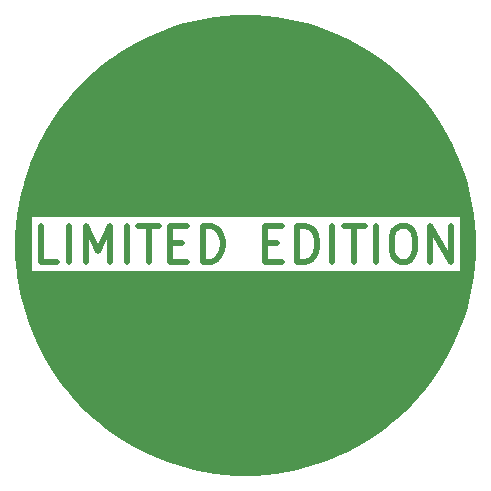
<source format=gtl>
%TF.GenerationSoftware,KiCad,Pcbnew,8.0.7*%
%TF.CreationDate,2024-12-04T22:18:42-06:00*%
%TF.ProjectId,b4,62342e6b-6963-4616-945f-706362585858,rev?*%
%TF.SameCoordinates,Original*%
%TF.FileFunction,Copper,L1,Top*%
%TF.FilePolarity,Positive*%
%FSLAX46Y46*%
G04 Gerber Fmt 4.6, Leading zero omitted, Abs format (unit mm)*
G04 Created by KiCad (PCBNEW 8.0.7) date 2024-12-04 22:18:42*
%MOMM*%
%LPD*%
G01*
G04 APERTURE LIST*
%ADD10C,0.500000*%
%TA.AperFunction,NonConductor*%
%ADD11C,0.500000*%
%TD*%
%TA.AperFunction,ComponentPad*%
%ADD12C,0.600000*%
%TD*%
G04 APERTURE END LIST*
D10*
D11*
X134071430Y-51361857D02*
X132642858Y-51361857D01*
X132642858Y-51361857D02*
X132642858Y-48361857D01*
X135071429Y-51361857D02*
X135071429Y-48361857D01*
X136500000Y-51361857D02*
X136500000Y-48361857D01*
X136500000Y-48361857D02*
X137500000Y-50504714D01*
X137500000Y-50504714D02*
X138500000Y-48361857D01*
X138500000Y-48361857D02*
X138500000Y-51361857D01*
X139928571Y-51361857D02*
X139928571Y-48361857D01*
X140928571Y-48361857D02*
X142642857Y-48361857D01*
X141785714Y-51361857D02*
X141785714Y-48361857D01*
X143642856Y-49790428D02*
X144642856Y-49790428D01*
X145071428Y-51361857D02*
X143642856Y-51361857D01*
X143642856Y-51361857D02*
X143642856Y-48361857D01*
X143642856Y-48361857D02*
X145071428Y-48361857D01*
X146357142Y-51361857D02*
X146357142Y-48361857D01*
X146357142Y-48361857D02*
X147071428Y-48361857D01*
X147071428Y-48361857D02*
X147499999Y-48504714D01*
X147499999Y-48504714D02*
X147785714Y-48790428D01*
X147785714Y-48790428D02*
X147928571Y-49076142D01*
X147928571Y-49076142D02*
X148071428Y-49647571D01*
X148071428Y-49647571D02*
X148071428Y-50076142D01*
X148071428Y-50076142D02*
X147928571Y-50647571D01*
X147928571Y-50647571D02*
X147785714Y-50933285D01*
X147785714Y-50933285D02*
X147499999Y-51219000D01*
X147499999Y-51219000D02*
X147071428Y-51361857D01*
X147071428Y-51361857D02*
X146357142Y-51361857D01*
X151642856Y-49790428D02*
X152642856Y-49790428D01*
X153071428Y-51361857D02*
X151642856Y-51361857D01*
X151642856Y-51361857D02*
X151642856Y-48361857D01*
X151642856Y-48361857D02*
X153071428Y-48361857D01*
X154357142Y-51361857D02*
X154357142Y-48361857D01*
X154357142Y-48361857D02*
X155071428Y-48361857D01*
X155071428Y-48361857D02*
X155499999Y-48504714D01*
X155499999Y-48504714D02*
X155785714Y-48790428D01*
X155785714Y-48790428D02*
X155928571Y-49076142D01*
X155928571Y-49076142D02*
X156071428Y-49647571D01*
X156071428Y-49647571D02*
X156071428Y-50076142D01*
X156071428Y-50076142D02*
X155928571Y-50647571D01*
X155928571Y-50647571D02*
X155785714Y-50933285D01*
X155785714Y-50933285D02*
X155499999Y-51219000D01*
X155499999Y-51219000D02*
X155071428Y-51361857D01*
X155071428Y-51361857D02*
X154357142Y-51361857D01*
X157357142Y-51361857D02*
X157357142Y-48361857D01*
X158357142Y-48361857D02*
X160071428Y-48361857D01*
X159214285Y-51361857D02*
X159214285Y-48361857D01*
X161071427Y-51361857D02*
X161071427Y-48361857D01*
X163071427Y-48361857D02*
X163642855Y-48361857D01*
X163642855Y-48361857D02*
X163928570Y-48504714D01*
X163928570Y-48504714D02*
X164214284Y-48790428D01*
X164214284Y-48790428D02*
X164357141Y-49361857D01*
X164357141Y-49361857D02*
X164357141Y-50361857D01*
X164357141Y-50361857D02*
X164214284Y-50933285D01*
X164214284Y-50933285D02*
X163928570Y-51219000D01*
X163928570Y-51219000D02*
X163642855Y-51361857D01*
X163642855Y-51361857D02*
X163071427Y-51361857D01*
X163071427Y-51361857D02*
X162785713Y-51219000D01*
X162785713Y-51219000D02*
X162499998Y-50933285D01*
X162499998Y-50933285D02*
X162357141Y-50361857D01*
X162357141Y-50361857D02*
X162357141Y-49361857D01*
X162357141Y-49361857D02*
X162499998Y-48790428D01*
X162499998Y-48790428D02*
X162785713Y-48504714D01*
X162785713Y-48504714D02*
X163071427Y-48361857D01*
X165642855Y-51361857D02*
X165642855Y-48361857D01*
X165642855Y-48361857D02*
X167357141Y-51361857D01*
X167357141Y-51361857D02*
X167357141Y-48361857D01*
D12*
%TO.P,T51,1*%
%TO.N,GND*%
X133978530Y-40750000D03*
%TD*%
%TO.P,T43,1*%
%TO.N,GND*%
X166021469Y-40750000D03*
%TD*%
%TO.P,T50,1*%
%TO.N,GND*%
X131500000Y-50000000D03*
%TD*%
%TO.P,T48,1*%
%TO.N,GND*%
X140500000Y-66021469D03*
%TD*%
%TO.P,T44,1*%
%TO.N,GND*%
X168500000Y-50000000D03*
%TD*%
%TO.P,T45,1*%
%TO.N,GND*%
X166021469Y-59250000D03*
%TD*%
%TO.P,T46,1*%
%TO.N,GND*%
X159500000Y-66021469D03*
%TD*%
%TO.P,T52,1*%
%TO.N,GND*%
X140750000Y-33978530D03*
%TD*%
%TO.P,T49,1*%
%TO.N,GND*%
X133978530Y-59250000D03*
%TD*%
%TO.P,T42,1*%
%TO.N,GND*%
X159250000Y-33978530D03*
%TD*%
%TA.AperFunction,Conductor*%
%TO.N,GND*%
G36*
X150872098Y-30520073D02*
G01*
X150877594Y-30520320D01*
X151745187Y-30578814D01*
X151750651Y-30579306D01*
X152614743Y-30676666D01*
X152620207Y-30677406D01*
X153479039Y-30813432D01*
X153484454Y-30814414D01*
X154336342Y-30988839D01*
X154341762Y-30990077D01*
X155184878Y-31202524D01*
X155190242Y-31204004D01*
X156023020Y-31454075D01*
X156028288Y-31455787D01*
X156849026Y-31742977D01*
X156854235Y-31744932D01*
X157661206Y-32068631D01*
X157666323Y-32070818D01*
X157713875Y-32092417D01*
X158457990Y-32430410D01*
X158462965Y-32432806D01*
X158696552Y-32551824D01*
X159237725Y-32827565D01*
X159242625Y-32830202D01*
X159998856Y-33259303D01*
X160003633Y-33262157D01*
X160739867Y-33724763D01*
X160744511Y-33727829D01*
X161459232Y-34222989D01*
X161463734Y-34226260D01*
X162155513Y-34752982D01*
X162159864Y-34756451D01*
X162827343Y-35313702D01*
X162831533Y-35317363D01*
X163473328Y-35903990D01*
X163477350Y-35907836D01*
X164092163Y-36522649D01*
X164096009Y-36526671D01*
X164682636Y-37168466D01*
X164686297Y-37172656D01*
X165243548Y-37840135D01*
X165247017Y-37844486D01*
X165773739Y-38536265D01*
X165777010Y-38540767D01*
X166272170Y-39255488D01*
X166275236Y-39260132D01*
X166737842Y-39996366D01*
X166740696Y-40001143D01*
X167169797Y-40757374D01*
X167172434Y-40762274D01*
X167567184Y-41537015D01*
X167569598Y-41542029D01*
X167929181Y-42333676D01*
X167931368Y-42338793D01*
X168255067Y-43145764D01*
X168257022Y-43150973D01*
X168544212Y-43971711D01*
X168545932Y-43977004D01*
X168795995Y-44809757D01*
X168797475Y-44815121D01*
X169009922Y-45658237D01*
X169011161Y-45663662D01*
X169185579Y-46515515D01*
X169186572Y-46520990D01*
X169322589Y-47379767D01*
X169323336Y-47385281D01*
X169420689Y-48249309D01*
X169421188Y-48254852D01*
X169479677Y-49122373D01*
X169479927Y-49127932D01*
X169499437Y-49997218D01*
X169499437Y-50002782D01*
X169479927Y-50872067D01*
X169479677Y-50877626D01*
X169421188Y-51745147D01*
X169420689Y-51750690D01*
X169323336Y-52614718D01*
X169322589Y-52620232D01*
X169186572Y-53479009D01*
X169185579Y-53484484D01*
X169011161Y-54336337D01*
X169009922Y-54341762D01*
X168797475Y-55184878D01*
X168795995Y-55190242D01*
X168545932Y-56022995D01*
X168544212Y-56028288D01*
X168257022Y-56849026D01*
X168255067Y-56854235D01*
X167931368Y-57661206D01*
X167929181Y-57666323D01*
X167569598Y-58457970D01*
X167567184Y-58462984D01*
X167172434Y-59237725D01*
X167169797Y-59242625D01*
X166740696Y-59998856D01*
X166737842Y-60003633D01*
X166275236Y-60739867D01*
X166272170Y-60744511D01*
X165777010Y-61459232D01*
X165773739Y-61463734D01*
X165247017Y-62155513D01*
X165243548Y-62159864D01*
X164686297Y-62827343D01*
X164682636Y-62831533D01*
X164096009Y-63473328D01*
X164092163Y-63477350D01*
X163477350Y-64092163D01*
X163473328Y-64096009D01*
X162831533Y-64682636D01*
X162827343Y-64686297D01*
X162159864Y-65243548D01*
X162155513Y-65247017D01*
X161463734Y-65773739D01*
X161459232Y-65777010D01*
X160744511Y-66272170D01*
X160739867Y-66275236D01*
X160003633Y-66737842D01*
X159998856Y-66740696D01*
X159242625Y-67169797D01*
X159237725Y-67172434D01*
X158462984Y-67567184D01*
X158457970Y-67569598D01*
X157666323Y-67929181D01*
X157661206Y-67931368D01*
X156854235Y-68255067D01*
X156849026Y-68257022D01*
X156028288Y-68544212D01*
X156022995Y-68545932D01*
X155190242Y-68795995D01*
X155184878Y-68797475D01*
X154341762Y-69009922D01*
X154336337Y-69011161D01*
X153484484Y-69185579D01*
X153479009Y-69186572D01*
X152620232Y-69322589D01*
X152614718Y-69323336D01*
X151750690Y-69420689D01*
X151745147Y-69421188D01*
X150877626Y-69479677D01*
X150872067Y-69479927D01*
X150002782Y-69499437D01*
X149997218Y-69499437D01*
X149127932Y-69479927D01*
X149122373Y-69479677D01*
X148254852Y-69421188D01*
X148249309Y-69420689D01*
X147385281Y-69323336D01*
X147379767Y-69322589D01*
X146520990Y-69186572D01*
X146515515Y-69185579D01*
X145663662Y-69011161D01*
X145658237Y-69009922D01*
X144815121Y-68797475D01*
X144809757Y-68795995D01*
X143977004Y-68545932D01*
X143971711Y-68544212D01*
X143150973Y-68257022D01*
X143145764Y-68255067D01*
X142338793Y-67931368D01*
X142333676Y-67929181D01*
X141542029Y-67569598D01*
X141537015Y-67567184D01*
X140762274Y-67172434D01*
X140757374Y-67169797D01*
X140001143Y-66740696D01*
X139996366Y-66737842D01*
X139260132Y-66275236D01*
X139255488Y-66272170D01*
X138540767Y-65777010D01*
X138536265Y-65773739D01*
X137844486Y-65247017D01*
X137840135Y-65243548D01*
X137172656Y-64686297D01*
X137168466Y-64682636D01*
X136526671Y-64096009D01*
X136522649Y-64092163D01*
X135907836Y-63477350D01*
X135903990Y-63473328D01*
X135317363Y-62831533D01*
X135313702Y-62827343D01*
X134756451Y-62159864D01*
X134752982Y-62155513D01*
X134226260Y-61463734D01*
X134222989Y-61459232D01*
X133727829Y-60744511D01*
X133724763Y-60739867D01*
X133262157Y-60003633D01*
X133259303Y-59998856D01*
X132830202Y-59242625D01*
X132827565Y-59237725D01*
X132594369Y-58780052D01*
X132432806Y-58462965D01*
X132430410Y-58457990D01*
X132070818Y-57666323D01*
X132068631Y-57661206D01*
X131744932Y-56854235D01*
X131742977Y-56849026D01*
X131455787Y-56028288D01*
X131454075Y-56023020D01*
X131204004Y-55190242D01*
X131202524Y-55184878D01*
X130990077Y-54341762D01*
X130988838Y-54336337D01*
X130840197Y-53610376D01*
X130814414Y-53484454D01*
X130813432Y-53479039D01*
X130677406Y-52620207D01*
X130676666Y-52614743D01*
X130621101Y-52121592D01*
X131887358Y-52121592D01*
X168116876Y-52121592D01*
X168116876Y-47602121D01*
X131887358Y-47602121D01*
X131887358Y-52121592D01*
X130621101Y-52121592D01*
X130579306Y-51750651D01*
X130578814Y-51745187D01*
X130520320Y-50877594D01*
X130520073Y-50872098D01*
X130500562Y-50002762D01*
X130500562Y-49997218D01*
X130520073Y-49127899D01*
X130520320Y-49122407D01*
X130578814Y-48254808D01*
X130579306Y-48249352D01*
X130676667Y-47385250D01*
X130677405Y-47379798D01*
X130813433Y-46520952D01*
X130814413Y-46515553D01*
X130988841Y-45663648D01*
X130990077Y-45658237D01*
X131202524Y-44815121D01*
X131204004Y-44809757D01*
X131261050Y-44619784D01*
X131454079Y-43976966D01*
X131455787Y-43971711D01*
X131742977Y-43150973D01*
X131744932Y-43145764D01*
X131846704Y-42892051D01*
X132068632Y-42338789D01*
X132070818Y-42333676D01*
X132200480Y-42048216D01*
X132430418Y-41541992D01*
X132432797Y-41537051D01*
X132827572Y-40762259D01*
X132830202Y-40757374D01*
X133027953Y-40408866D01*
X133259317Y-40001119D01*
X133262142Y-39996390D01*
X133724776Y-39260111D01*
X133727815Y-39255508D01*
X134222994Y-38540759D01*
X134226260Y-38536265D01*
X134562669Y-38094437D01*
X134753001Y-37844461D01*
X134756431Y-37840159D01*
X135313726Y-37172628D01*
X135317339Y-37168493D01*
X135904011Y-36526648D01*
X135907814Y-36522671D01*
X136522671Y-35907814D01*
X136526648Y-35904011D01*
X137168493Y-35317339D01*
X137172628Y-35313726D01*
X137840159Y-34756431D01*
X137844461Y-34753001D01*
X138536272Y-34226254D01*
X138540767Y-34222989D01*
X138673476Y-34131048D01*
X139255508Y-33727815D01*
X139260111Y-33724776D01*
X139996390Y-33262142D01*
X140001119Y-33259317D01*
X140757388Y-32830194D01*
X140762259Y-32827572D01*
X141537051Y-32432797D01*
X141541992Y-32430418D01*
X142333679Y-32070816D01*
X142338793Y-32068631D01*
X143145764Y-31744932D01*
X143150973Y-31742977D01*
X143971711Y-31455787D01*
X143976966Y-31454079D01*
X144809763Y-31204002D01*
X144815114Y-31202525D01*
X145658252Y-30990073D01*
X145663648Y-30988841D01*
X146515553Y-30814413D01*
X146520952Y-30813433D01*
X147379798Y-30677405D01*
X147385250Y-30676667D01*
X148249352Y-30579306D01*
X148254808Y-30578814D01*
X149122407Y-30520320D01*
X149127899Y-30520073D01*
X149997238Y-30500562D01*
X150002762Y-30500562D01*
X150872098Y-30520073D01*
G37*
%TD.AperFunction*%
%TD*%
M02*

</source>
